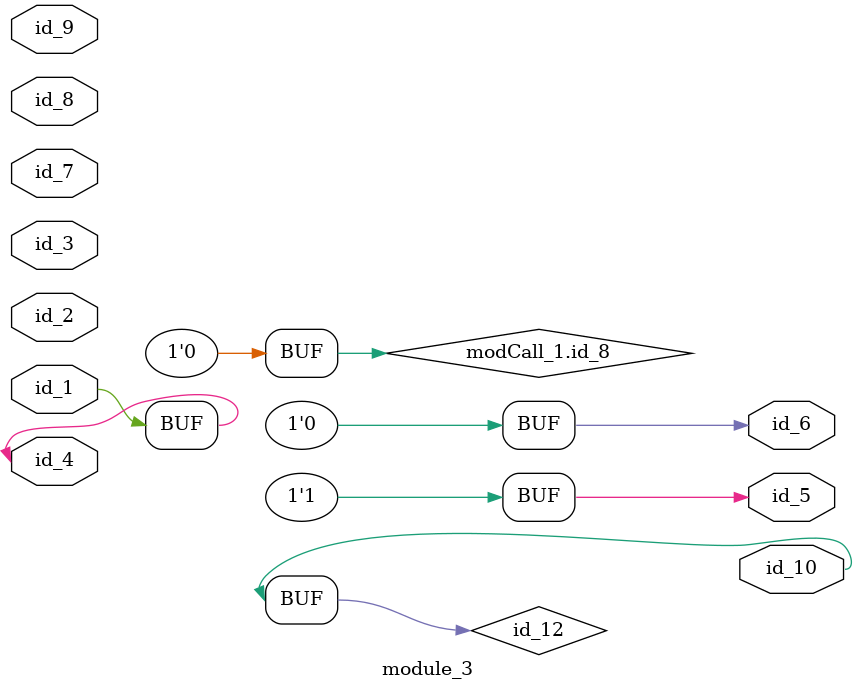
<source format=v>
module module_0;
  assign id_1 = -1 - id_1;
  assign id_2 = 1 || 1;
  module_2 modCall_1 ();
  wire id_3;
endmodule
module module_1 (
    id_1,
    id_2,
    id_3,
    id_4,
    id_5
);
  input wire id_5;
  output wire id_4;
  input wire id_3;
  inout wire id_2;
  input wire id_1;
  module_0 modCall_1 ();
endmodule
module module_2;
  wire id_1;
  assign module_0.id_1 = 0;
  wire id_4, id_5, id_6, id_7, id_8, id_9, id_10;
  assign id_3 = id_7;
  parameter id_11 = 1;
endmodule
module module_3 (
    id_1,
    id_2,
    id_3,
    id_4,
    id_5,
    id_6,
    id_7,
    id_8,
    id_9,
    id_10
);
  output wire id_10;
  inout wire id_9;
  inout wire id_8;
  inout wire id_7;
  output wire id_6;
  output wire id_5;
  inout wire id_4;
  input wire id_3;
  input wire id_2;
  inout wire id_1;
  wire id_11;
  module_2 modCall_1 ();
  assign modCall_1.id_8 = 0;
  always #id_12 id_4 <= id_1;
  assign id_5  = -1;
  assign id_10 = id_12;
  always id_6 <= -1'b0;
endmodule

</source>
